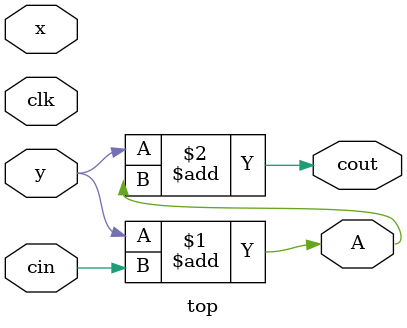
<source format=v>
module top
(
 input x,
 input y,
 input cin,
 input clk,

 output A,
 output cout
 );

 assign    A =  y + cin;
 assign   cout =  y + A;

endmodule

</source>
